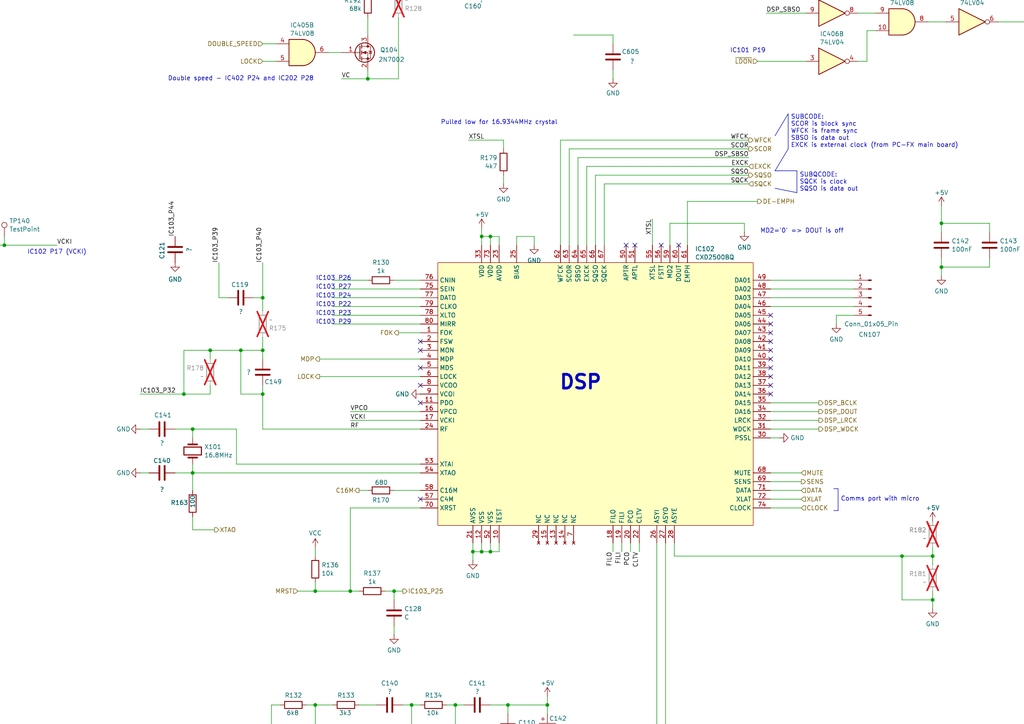
<source format=kicad_sch>
(kicad_sch (version 20231120) (generator "eeschema") (generator_version "8.0")
  (paper "A4")
  (title_block (title "PC FX Pots Adfustment Schematics") (date "2024-07-11") (rev "0.1") (company "Author: Regis Galland") (comment 1 "Little guide to help understanding the pots on the PC-FX PCB"))
  (junction (at 91.44 204.47))
  (junction (at 173.99 -20.32))
  (junction (at 261.62 161.29))
  (junction (at 273.05 77.47))
  (junction (at 273.05 64.77))
  (junction (at 200.66 240.03))
  (junction (at 158.75 204.47))
  (junction (at -63.5 71.12))
  (junction (at 210.82 227.33))
  (junction (at 270.51 173.99))
  (junction (at -44.45 71.12))
  (junction (at 106.68 -15.24))
  (junction (at -165.1 55.88))
  (junction (at 76.2 86.36))
  (junction (at 88.9 -22.86))
  (junction (at 210.82 214.63))
  (junction (at 191.77 -20.32))
  (junction (at 106.68 22.86))
  (junction (at 137.16 160.02))
  (junction (at -156.21 78.74))
  (junction (at 55.88 124.46))
  (junction (at 212.09 -31.75))
  (junction (at 238.76 214.63))
  (junction (at -110.49 86.36))
  (junction (at 210.82 252.73))
  (junction (at 139.7 68.58))
  (junction (at 142.24 160.02))
  (junction (at 60.96 101.6))
  (junction (at 69.85 101.6))
  (junction (at 226.06 214.63))
  (junction (at 163.83 -34.29))
  (junction (at 101.6 171.45))
  (junction (at -72.39 73.66))
  (junction (at 128.27 -17.78))
  (junction (at 139.7 160.02))
  (junction (at 132.08 204.47))
  (junction (at 179.07 -20.32))
  (junction (at 53.34 114.3))
  (junction (at -72.39 63.5))
  (junction (at -121.92 86.36))
  (junction (at 148.59 -8.89))
  (junction (at 76.2 101.6))
  (junction (at 55.88 137.16))
  (junction (at 270.51 161.29))
  (junction (at 190.5 240.03))
  (junction (at 151.13 -34.29))
  (junction (at 101.6 -22.86))
  (junction (at 142.24 68.58))
  (junction (at 114.3 171.45))
  (junction (at -156.21 55.88))
  (junction (at -128.27 58.42))
  (junction (at 148.59 -20.32))
  (junction (at 158.75 217.17))
  (junction (at 196.85 -31.75))
  (junction (at 91.44 171.45))
  (junction (at 106.68 -22.86))
  (junction (at -146.05 78.74))
  (junction (at 200.66 252.73))
  (junction (at 119.38 204.47))
  (junction (at 76.2 114.3))
  (junction (at 173.99 -29.21))
  (junction (at -128.27 60.96))
  (junction (at 199.39 -31.75))
  (junction (at -146.05 55.88))
  (junction (at 143.51 -8.89))
  (junction (at 147.32 204.47))
  (junction (at -194.31 55.88))
  (junction (at 1.27 71.12))
  (junction (at 130.81 -8.89))
  (junction (at -110.49 99.06))
  (no_connect (at -77.47 60.96))
  (no_connect (at 223.52 106.68))
  (no_connect (at 223.52 104.14))
  (no_connect (at 121.92 101.6))
  (no_connect (at -77.47 55.88))
  (no_connect (at 184.15 71.12))
  (no_connect (at 223.52 91.44))
  (no_connect (at 223.52 114.3))
  (no_connect (at 223.52 93.98))
  (no_connect (at 223.52 99.06))
  (no_connect (at 223.52 101.6))
  (no_connect (at 191.77 71.12))
  (no_connect (at 121.92 111.76))
  (no_connect (at -77.47 58.42))
  (no_connect (at 223.52 111.76))
  (no_connect (at 181.61 71.12))
  (no_connect (at 196.85 71.12))
  (no_connect (at 121.92 116.84))
  (no_connect (at 121.92 144.78))
  (no_connect (at 223.52 96.52))
  (no_connect (at 223.52 109.22))
  (no_connect (at 121.92 99.06))
  (no_connect (at 121.92 106.68))
  (wire (pts (xy 287.02 64.77) (xy 287.02 67.31)))
  (wire (pts (xy 96.52 91.44) (xy 121.92 91.44)))
  (wire (pts (xy 142.24 68.58) (xy 144.78 68.58)))
  (wire (pts (xy 167.64 45.72) (xy 217.17 45.72)))
  (wire (pts (xy 106.68 5.08) (xy 106.68 10.16)))
  (wire (pts (xy 273.05 67.31) (xy 273.05 64.77)))
  (wire (pts (xy 189.23 -13.97) (xy 191.77 -13.97)))
  (wire (pts (xy 270.51 173.99) (xy 270.51 176.53)))
  (polyline (pts (xy 228.6 33.02) (xy 228.6 43.18)))
  (wire (pts (xy 69.85 114.3) (xy 76.2 114.3)))
  (wire (pts (xy 223.52 88.9) (xy 247.65 88.9)))
  (wire (pts (xy 40.64 114.3) (xy 53.34 114.3)))
  (wire (pts (xy 273.05 77.47) (xy 273.05 74.93)))
  (wire (pts (xy 147.32 217.17) (xy 158.75 217.17)))
  (wire (pts (xy 165.1 43.18) (xy 165.1 71.12)))
  (wire (pts (xy 200.66 240.03) (xy 200.66 237.49)))
  (wire (pts (xy 96.52 86.36) (xy 121.92 86.36)))
  (wire (pts (xy -114.3 92.71) (xy -116.84 92.71)))
  (wire (pts (xy 261.62 161.29) (xy 270.51 161.29)))
  (wire (pts (xy 143.51 -8.89) (xy 140.97 -8.89)))
  (wire (pts (xy -49.53 71.12) (xy -44.45 71.12)))
  (wire (pts (xy -133.35 88.9) (xy -133.35 86.36)))
  (wire (pts (xy 60.96 111.76) (xy 60.96 114.3)))
  (wire (pts (xy 101.6 147.32) (xy 121.92 147.32)))
  (wire (pts (xy 165.1 43.18) (xy 217.17 43.18)))
  (wire (pts (xy 101.6 -22.86) (xy 99.06 -22.86)))
  (wire (pts (xy 270.51 158.75) (xy 270.51 161.29)))
  (wire (pts (xy 270.51 161.29) (xy 270.51 163.83)))
  (wire (pts (xy -102.87 36.83) (xy -102.87 39.37)))
  (wire (pts (xy 232.41 147.32) (xy 223.52 147.32)))
  (wire (pts (xy -194.31 43.18) (xy -194.31 45.72)))
  (polyline (pts (xy 243.078 141.732) (xy 243.078 148.082)))
  (wire (pts (xy 162.56 40.64) (xy 217.17 40.64)))
  (wire (pts (xy 68.58 134.62) (xy 121.92 134.62)))
  (wire (pts (xy 115.57 5.08) (xy 115.57 22.86)))
  (wire (pts (xy 69.85 101.6) (xy 69.85 114.3)))
  (wire (pts (xy 166.37 -59.69) (xy 161.29 -59.69)))
  (wire (pts (xy 210.82 255.27) (xy 210.82 252.73)))
  (wire (pts (xy -72.39 63.5) (xy -77.47 63.5)))
  (wire (pts (xy 273.05 80.01) (xy 273.05 77.47)))
  (wire (pts (xy -194.31 53.34) (xy -194.31 55.88)))
  (wire (pts (xy -110.49 83.82) (xy -110.49 86.36)))
  (wire (pts (xy 76.2 90.17) (xy 76.2 86.36)))
  (wire (pts (xy 168.91 -20.32) (xy 173.99 -20.32)))
  (wire (pts (xy -72.39 54.61) (xy -72.39 63.5)))
  (wire (pts (xy 153.67 -34.29) (xy 151.13 -34.29)))
  (wire (pts (xy -107.95 63.5) (xy -128.27 63.5)))
  (wire (pts (xy -121.92 86.36) (xy -110.49 86.36)))
  (wire (pts (xy 199.39 -35.56) (xy 199.39 -31.75)))
  (wire (pts (xy -110.49 86.36) (xy -110.49 88.9)))
  (wire (pts (xy 185.42 160.02) (xy 185.42 157.48)))
  (wire (pts (xy 53.34 114.3) (xy 60.96 114.3)))
  (wire (pts (xy 76.2 76.2) (xy 76.2 86.36)))
  (wire (pts (xy 91.44 168.91) (xy 91.44 171.45)))
  (wire (pts (xy 222.25 3.81) (xy 233.68 3.81)))
  (wire (pts (xy 96.52 81.28) (xy 106.68 81.28)))
  (wire (pts (xy 209.55 -35.56) (xy 212.09 -35.56)))
  (wire (pts (xy 119.38 204.47) (xy 119.38 213.36)))
  (wire (pts (xy 158.75 204.47) (xy 158.75 207.01)))
  (wire (pts (xy 199.39 58.42) (xy 219.71 58.42)))
  (wire (pts (xy 104.14 142.24) (xy 106.68 142.24)))
  (wire (pts (xy 251.46 17.78) (xy 251.46 8.89)))
  (wire (pts (xy 201.93 -35.56) (xy 199.39 -35.56)))
  (wire (pts (xy -19.05 53.34) (xy -19.05 55.88)))
  (wire (pts (xy -116.84 99.06) (xy -110.49 99.06)))
  (polyline (pts (xy 241.808 148.082) (xy 243.078 148.082)))
  (wire (pts (xy -44.45 71.12) (xy -39.37 71.12)))
  (wire (pts (xy 210.82 252.73) (xy 200.66 252.73)))
  (wire (pts (xy 68.58 134.62) (xy 68.58 124.46)))
  (wire (pts (xy 101.6 121.92) (xy 121.92 121.92)))
  (wire (pts (xy 53.34 114.3) (xy 53.34 101.6)))
  (wire (pts (xy 190.5 157.48) (xy 190.5 240.03)))
  (wire (pts (xy 142.24 160.02) (xy 139.7 160.02)))
  (wire (pts (xy -146.05 78.74) (xy -156.21 78.74)))
  (wire (pts (xy 81.28 204.47) (xy 78.74 204.47)))
  (wire (pts (xy -110.49 73.66) (xy -110.49 76.2)))
  (wire (pts (xy 210.82 217.17) (xy 210.82 214.63)))
  (wire (pts (xy 194.31 -31.75) (xy 196.85 -31.75)))
  (wire (pts (xy 194.31 64.77) (xy 194.31 71.12)))
  (wire (pts (xy 195.58 157.48) (xy 195.58 161.29)))
  (wire (pts (xy -77.47 71.12) (xy -63.5 71.12)))
  (wire (pts (xy 232.41 139.7) (xy 223.52 139.7)))
  (wire (pts (xy 128.27 -17.78) (xy 128.27 -8.89)))
  (wire (pts (xy 106.68 -15.24) (xy 92.71 -15.24)))
  (wire (pts (xy -165.1 55.88) (xy -165.1 68.58)))
  (wire (pts (xy 232.41 144.78) (xy 223.52 144.78)))
  (wire (pts (xy 251.46 214.63) (xy 238.76 214.63)))
  (wire (pts (xy -107.95 58.42) (xy -118.11 58.42)))
  (wire (pts (xy 106.68 -15.24) (xy 106.68 -2.54)))
  (wire (pts (xy 191.77 -13.97) (xy 191.77 -20.32)))
  (wire (pts (xy -125.73 58.42) (xy -128.27 58.42)))
  (wire (pts (xy 212.09 -35.56) (xy 212.09 -31.75)))
  (wire (pts (xy -107.95 66.04) (xy -135.89 66.04)))
  (wire (pts (xy 181.61 -49.53) (xy 181.61 -44.45)))
  (wire (pts (xy -133.35 101.6) (xy -133.35 96.52)))
  (wire (pts (xy 172.72 71.12) (xy 172.72 50.8)))
  (wire (pts (xy 147.32 214.63) (xy 147.32 217.17)))
  (wire (pts (xy 101.6 119.38) (xy 121.92 119.38)))
  (wire (pts (xy -107.95 60.96) (xy -128.27 60.96)))
  (wire (pts (xy 81.28 -22.86) (xy 88.9 -22.86)))
  (wire (pts (xy -194.31 58.42) (xy -194.31 55.88)))
  (wire (pts (xy 181.61 -62.23) (xy 161.29 -62.23)))
  (wire (pts (xy 146.05 40.64) (xy 146.05 43.18)))
  (wire (pts (xy 181.61 -62.23) (xy 181.61 -57.15)))
  (wire (pts (xy 144.78 68.58) (xy 144.78 71.12)))
  (wire (pts (xy 137.16 160.02) (xy 139.7 160.02)))
  (wire (pts (xy 158.75 201.93) (xy 158.75 204.47)))
  (wire (pts (xy 76.2 17.78) (xy 80.01 17.78)))
  (wire (pts (xy 212.09 -31.75) (xy 217.17 -31.75)))
  (wire (pts (xy 129.54 -54.61) (xy 129.54 -52.07)))
  (wire (pts (xy 193.04 157.48) (xy 193.04 214.63)))
  (wire (pts (xy 219.71 17.78) (xy 233.68 17.78)))
  (wire (pts (xy 76.2 97.79) (xy 76.2 101.6)))
  (wire (pts (xy 242.57 93.98) (xy 242.57 91.44)))
  (wire (pts (xy 261.62 173.99) (xy 270.51 173.99)))
  (wire (pts (xy 149.86 71.12) (xy 149.86 68.58)))
  (wire (pts (xy 162.56 40.64) (xy 162.56 71.12)))
  (wire (pts (xy 40.64 124.46) (xy 43.18 124.46)))
  (polyline (pts (xy 231.14 49.53) (xy 231.14 55.88)))
  (wire (pts (xy 130.81 -17.78) (xy 128.27 -17.78)))
  (wire (pts (xy 163.83 -34.29) (xy 179.07 -34.29)))
  (wire (pts (xy 132.08 204.47) (xy 132.08 213.36)))
  (wire (pts (xy 114.3 142.24) (xy 121.92 142.24)))
  (wire (pts (xy 129.54 204.47) (xy 132.08 204.47)))
  (wire (pts (xy 200.66 252.73) (xy 200.66 250.19)))
  (wire (pts (xy 177.8 10.16) (xy 177.8 12.7)))
  (wire (pts (xy 190.5 252.73) (xy 200.66 252.73)))
  (wire (pts (xy 226.06 224.79) (xy 226.06 227.33)))
  (wire (pts (xy -165.1 76.2) (xy -165.1 78.74)))
  (wire (pts (xy 76.2 101.6) (xy 69.85 101.6)))
  (wire (pts (xy 139.7 68.58) (xy 139.7 71.12)))
  (wire (pts (xy 175.26 53.34) (xy 175.26 71.12)))
  (wire (pts (xy 137.16 160.02) (xy 137.16 157.48)))
  (wire (pts (xy 179.07 -20.32) (xy 181.61 -20.32)))
  (wire (pts (xy -1.27 71.12) (xy 1.27 71.12)))
  (polyline (pts (xy 224.79 39.37) (xy 228.6 33.02)))
  (wire (pts (xy 200.66 227.33) (xy 200.66 229.87)))
  (wire (pts (xy 96.52 83.82) (xy 121.92 83.82)))
  (wire (pts (xy 115.57 96.52) (xy 121.92 96.52)))
  (wire (pts (xy 148.59 -20.32) (xy 161.29 -20.32)))
  (wire (pts (xy 55.88 127) (xy 55.88 124.46)))
  (wire (pts (xy -107.95 68.58) (xy -123.19 68.58)))
  (wire (pts (xy 63.5 76.2) (xy 63.5 86.36)))
  (wire (pts (xy 289.56 6.35) (xy 298.45 6.35)))
  (wire (pts (xy -128.27 60.96) (xy -128.27 63.5)))
  (wire (pts (xy 251.46 8.89) (xy 254 8.89)))
  (wire (pts (xy 146.05 -20.32) (xy 148.59 -20.32)))
  (wire (pts (xy 1.27 71.12) (xy 16.51 71.12)))
  (wire (pts (xy 232.41 137.16) (xy 223.52 137.16)))
  (wire (pts (xy -114.3 71.12) (xy -107.95 71.12)))
  (wire (pts (xy 190.5 252.73) (xy 190.5 240.03)))
  (wire (pts (xy 223.52 116.84) (xy 237.49 116.84)))
  (wire (pts (xy 119.38 204.47) (xy 121.92 204.47)))
  (wire (pts (xy 111.76 171.45) (xy 114.3 171.45)))
  (wire (pts (xy 60.96 101.6) (xy 69.85 101.6)))
  (wire (pts (xy 66.04 86.36) (xy 63.5 86.36)))
  (wire (pts (xy 101.6 -22.86) (xy 106.68 -22.86)))
  (wire (pts (xy 99.06 -29.21) (xy 101.6 -29.21)))
  (polyline (pts (xy 241.808 141.732) (xy 243.078 141.732)))
  (wire (pts (xy 172.72 50.8) (xy 217.17 50.8)))
  (wire (pts (xy -146.05 76.2) (xy -146.05 78.74)))
  (wire (pts (xy 226.06 214.63) (xy 226.06 217.17)))
  (wire (pts (xy 274.32 6.35) (xy 269.24 6.35)))
  (wire (pts (xy 114.3 181.61) (xy 114.3 184.15)))
  (wire (pts (xy 154.94 68.58) (xy 154.94 71.12)))
  (wire (pts (xy -133.35 86.36) (xy -121.92 86.36)))
  (wire (pts (xy 190.5 240.03) (xy 200.66 240.03)))
  (wire (pts (xy 91.44 204.47) (xy 91.44 213.36)))
  (wire (pts (xy 170.18 71.12) (xy 170.18 48.26)))
  (polyline (pts (xy 231.14 55.88) (xy 224.79 54.61)))
  (wire (pts (xy 148.59 -8.89) (xy 148.59 -20.32)))
  (wire (pts (xy 199.39 71.12) (xy 199.39 58.42)))
  (wire (pts (xy 223.52 119.38) (xy 237.49 119.38)))
  (wire (pts (xy 55.88 124.46) (xy 68.58 124.46)))
  (wire (pts (xy 173.99 -29.21) (xy 173.99 -20.32)))
  (wire (pts (xy 210.82 214.63) (xy 193.04 214.63)))
  (wire (pts (xy 158.75 214.63) (xy 158.75 217.17)))
  (wire (pts (xy 166.37 -49.53) (xy 166.37 -44.45)))
  (wire (pts (xy 135.89 40.64) (xy 146.05 40.64)))
  (wire (pts (xy 106.68 -22.86) (xy 106.68 -15.24)))
  (wire (pts (xy 143.51 -2.54) (xy 143.51 -8.89)))
  (wire (pts (xy -194.31 67.31) (xy -194.31 66.04)))
  (wire (pts (xy 200.66 227.33) (xy 210.82 227.33)))
  (wire (pts (xy -90.17 36.83) (xy -90.17 39.37)))
  (wire (pts (xy 101.6 -29.21) (xy 101.6 -22.86)))
  (wire (pts (xy 147.32 204.47) (xy 147.32 207.01)))
  (wire (pts (xy 76.2 111.76) (xy 76.2 114.3)))
  (wire (pts (xy 210.82 243.84) (xy 210.82 252.73)))
  (wire (pts (xy 55.88 149.86) (xy 55.88 153.67)))
  (wire (pts (xy -146.05 78.74) (xy -146.05 81.28)))
  (wire (pts (xy 196.85 -20.32) (xy 196.85 -31.75)))
  (wire (pts (xy 55.88 137.16) (xy 55.88 142.24)))
  (wire (pts (xy -181.61 55.88) (xy -165.1 55.88)))
  (wire (pts (xy 88.9 -29.21) (xy 91.44 -29.21)))
  (wire (pts (xy -194.31 55.88) (xy -189.23 55.88)))
  (wire (pts (xy -146.05 55.88) (xy -156.21 55.88)))
  (wire (pts (xy 116.84 204.47) (xy 119.38 204.47)))
  (wire (pts (xy 166.37 10.16) (xy 177.8 10.16)))
  (wire (pts (xy 91.44 158.75) (xy 91.44 161.29)))
  (wire (pts (xy 50.8 137.16) (xy 55.88 137.16)))
  (wire (pts (xy -123.19 73.66) (xy -125.73 73.66)))
  (wire (pts (xy 177.8 160.02) (xy 177.8 157.48)))
  (wire (pts (xy 133.35 -2.54) (xy 130.81 -2.54)))
  (wire (pts (xy 53.34 101.6) (xy 60.96 101.6)))
  (wire (pts (xy 106.68 22.86) (xy 115.57 22.86)))
  (wire (pts (xy 167.64 45.72) (xy 167.64 71.12)))
  (wire (pts (xy 179.07 -20.32) (xy 179.07 -13.97)))
  (wire (pts (xy 194.31 64.77) (xy 215.9 64.77)))
  (wire (pts (xy 96.52 88.9) (xy 121.92 88.9)))
  (wire (pts (xy -121.92 88.9) (xy -121.92 86.36)))
  (wire (pts (xy 153.67 -40.64) (xy 151.13 -40.64)))
  (wire (pts (xy 55.88 134.62) (xy 55.88 137.16)))
  (wire (pts (xy 242.57 91.44) (xy 247.65 91.44)))
  (wire (pts (xy -72.39 68.58) (xy -77.47 68.58)))
  (wire (pts (xy 273.05 64.77) (xy 287.02 64.77)))
  (wire (pts (xy -156.21 69.85) (xy -156.21 78.74)))
  (wire (pts (xy -194.31 55.88) (xy -207.01 55.88)))
  (wire (pts (xy 101.6 171.45) (xy 101.6 147.32)))
  (wire (pts (xy 88.9 204.47) (xy 91.44 204.47)))
  (wire (pts (xy -146.05 68.58) (xy -146.05 66.04)))
  (wire (pts (xy 191.77 -20.32) (xy 196.85 -20.32)))
  (wire (pts (xy 142.24 204.47) (xy 147.32 204.47)))
  (wire (pts (xy 143.51 -8.89) (xy 148.59 -8.89)))
  (wire (pts (xy 175.26 53.34) (xy 217.17 53.34)))
  (wire (pts (xy 130.81 -22.86) (xy 106.68 -22.86)))
  (wire (pts (xy 1.27 68.58) (xy 1.27 71.12)))
  (wire (pts (xy 166.37 -59.69) (xy 166.37 -57.15)))
  (wire (pts (xy -11.43 71.12) (xy -8.89 71.12)))
  (wire (pts (xy 92.71 104.14) (xy 121.92 104.14)))
  (wire (pts (xy 151.13 -40.64) (xy 151.13 -34.29)))
  (wire (pts (xy 106.68 22.86) (xy 106.68 20.32)))
  (wire (pts (xy -121.92 96.52) (xy -121.92 101.6)))
  (wire (pts (xy 91.44 204.47) (xy 96.52 204.47)))
  (wire (pts (xy 76.2 101.6) (xy 76.2 104.14)))
  (wire (pts (xy 140.97 -34.29) (xy 151.13 -34.29)))
  (wire (pts (xy 200.66 242.57) (xy 200.66 240.03)))
  (wire (pts (xy 173.99 -20.32) (xy 179.07 -20.32)))
  (wire (pts (xy 88.9 -22.86) (xy 88.9 -29.21)))
  (wire (pts (xy -63.5 71.12) (xy -63.5 76.2)))
  (wire (pts (xy 148.59 -8.89) (xy 153.67 -8.89)))
  (wire (pts (xy 226.06 214.63) (xy 223.52 214.63)))
  (wire (pts (xy 144.78 157.48) (xy 144.78 160.02)))
  (wire (pts (xy -156.21 55.88) (xy -165.1 55.88)))
  (wire (pts (xy 115.57 -17.78) (xy 115.57 -2.54)))
  (wire (pts (xy 88.9 -22.86) (xy 91.44 -22.86)))
  (wire (pts (xy 161.29 -40.64) (xy 163.83 -40.64)))
  (wire (pts (xy 177.8 20.32) (xy 177.8 22.86)))
  (wire (pts (xy 99.06 15.24) (xy 95.25 15.24)))
  (wire (pts (xy -77.47 73.66) (xy -72.39 73.66)))
  (wire (pts (xy 99.06 22.86) (xy 106.68 22.86)))
  (wire (pts (xy 196.85 -31.75) (xy 199.39 -31.75)))
  (wire (pts (xy 142.24 68.58) (xy 142.24 71.12)))
  (wire (pts (xy 139.7 66.04) (xy 139.7 68.58)))
  (wire (pts (xy 129.54 -44.45) (xy 129.54 -41.91)))
  (wire (pts (xy 149.86 68.58) (xy 154.94 68.58)))
  (wire (pts (xy 158.75 217.17) (xy 158.75 219.71)))
  (wire (pts (xy 287.02 74.93) (xy 287.02 77.47)))
  (wire (pts (xy -110.49 96.52) (xy -110.49 99.06)))
  (wire (pts (xy 128.27 -17.78) (xy 115.57 -17.78)))
  (wire (pts (xy 40.64 137.16) (xy 43.18 137.16)))
  (wire (pts (xy 146.05 50.8) (xy 146.05 53.34)))
  (wire (pts (xy -77.47 66.04) (xy -72.39 66.04)))
  (wire (pts (xy 232.41 142.24) (xy 223.52 142.24)))
  (wire (pts (xy 182.88 160.02) (xy 182.88 157.48)))
  (wire (pts (xy 139.7 160.02) (xy 139.7 157.48)))
  (wire (pts (xy -90.17 26.67) (xy -90.17 29.21)))
  (wire (pts (xy 237.49 124.46) (xy 223.52 124.46)))
  (wire (pts (xy 130.81 -8.89) (xy 133.35 -8.89)))
  (wire (pts (xy -156.21 55.88) (xy -156.21 62.23)))
  (wire (pts (xy 273.05 59.69) (xy 273.05 64.77)))
  (wire (pts (xy -133.35 73.66) (xy -135.89 73.66)))
  (wire (pts (xy -72.39 66.04) (xy -72.39 63.5)))
  (wire (pts (xy 158.75 204.47) (xy 147.32 204.47)))
  (wire (pts (xy 270.51 171.45) (xy 270.51 173.99)))
  (wire (pts (xy 170.18 48.26) (xy 217.17 48.26)))
  (wire (pts (xy 137.16 162.56) (xy 137.16 160.02)))
  (wire (pts (xy 76.2 12.7) (xy 80.01 12.7)))
  (wire (pts (xy 210.82 214.63) (xy 215.9 214.63)))
  (wire (pts (xy 223.52 86.36) (xy 247.65 86.36)))
  (wire (pts (xy 76.2 -15.24) (xy 85.09 -15.24)))
  (wire (pts (xy 140.97 -2.54) (xy 143.51 -2.54)))
  (wire (pts (xy 50.8 124.46) (xy 55.88 124.46)))
  (wire (pts (xy 210.82 227.33) (xy 210.82 224.79)))
  (wire (pts (xy 76.2 86.36) (xy 73.66 86.36)))
  (wire (pts (xy -107.95 73.66) (xy -110.49 73.66)))
  (wire (pts (xy 238.76 224.79) (xy 238.76 227.33)))
  (wire (pts (xy 139.7 68.58) (xy 142.24 68.58)))
  (wire (pts (xy -72.39 73.66) (xy -72.39 68.58)))
  (wire (pts (xy -110.49 99.06) (xy -110.49 101.6)))
  (wire (pts (xy 114.3 171.45) (xy 114.3 173.99)))
  (wire (pts (xy 199.39 -31.75) (xy 212.09 -31.75)))
  (wire (pts (xy 189.23 63.5) (xy 189.23 71.12)))
  (wire (pts (xy -146.05 55.88) (xy -146.05 58.42)))
  (wire (pts (xy 92.71 109.22) (xy 121.92 109.22)))
  (wire (pts (xy 191.77 -20.32) (xy 189.23 -20.32)))
  (polyline (pts (xy 224.79 49.53) (xy 231.14 49.53)))
  (wire (pts (xy -44.45 71.12) (xy -44.45 76.2)))
  (wire (pts (xy -63.5 71.12) (xy -57.15 71.12)))
  (wire (pts (xy 60.96 104.14) (xy 60.96 101.6)))
  (wire (pts (xy 55.88 137.16) (xy 121.92 137.16)))
  (wire (pts (xy 101.6 171.45) (xy 104.14 171.45)))
  (wire (pts (xy -19.05 43.18) (xy -19.05 45.72)))
  (wire (pts (xy 130.81 -2.54) (xy 130.81 -8.89)))
  (wire (pts (xy 76.2 114.3) (xy 76.2 124.46)))
  (wire (pts (xy -102.87 26.67) (xy -102.87 29.21)))
  (wire (pts (xy 55.88 153.67) (xy 62.23 153.67)))
  (polyline (pts (xy 228.6 43.18) (xy 224.79 49.53)))
  (wire (pts (xy -116.84 92.71) (xy -116.84 99.06)))
  (wire (pts (xy 195.58 161.29) (xy 261.62 161.29)))
  (wire (pts (xy 78.74 204.47) (xy 78.74 213.36)))
  (wire (pts (xy 261.62 161.29) (xy 261.62 173.99)))
  (wire (pts (xy 181.61 -13.97) (xy 179.07 -13.97)))
  (wire (pts (xy 144.78 160.02) (xy 142.24 160.02)))
  (wire (pts (xy 96.52 93.98) (xy 121.92 93.98)))
  (wire (pts (xy 210.82 227.33) (xy 210.82 236.22)))
  (wire (pts (xy 237.49 121.92) (xy 223.52 121.92)))
  (wire (pts (xy 76.2 124.46) (xy 121.92 124.46)))
  (wire (pts (xy 215.9 64.77) (xy 215.9 67.31)))
  (wire (pts (xy 179.07 -29.21) (xy 173.99 -29.21)))
  (wire (pts (xy 248.92 17.78) (xy 251.46 17.78)))
  (wire (pts (xy 128.27 -8.89) (xy 130.81 -8.89)))
  (wire (pts (xy 248.92 3.81) (xy 254 3.81)))
  (wire (pts (xy 223.52 83.82) (xy 247.65 83.82)))
  (wire (pts (xy 163.83 -40.64) (xy 163.83 -34.29)))
  (wire (pts (xy 180.34 160.02) (xy 180.34 157.48)))
  (wire (pts (xy 223.52 81.28) (xy 247.65 81.28)))
  (wire (pts (xy -72.39 73.66) (xy -72.39 77.47)))
  (wire (pts (xy 114.3 81.28) (xy 121.92 81.28)))
  (wire (pts (xy 228.6 214.63) (xy 226.06 214.63)))
  (wire (pts (xy 238.76 214.63) (xy 238.76 217.17)))
  (polyline (pts (xy 224.79 49.53) (xy 226.06 49.53)))
  (wire (pts (xy 116.84 171.45) (xy 114.3 171.45)))
  (wire (pts (xy 132.08 204.47) (xy 134.62 204.47)))
  (wire (pts (xy 86.36 171.45) (xy 91.44 171.45)))
  (wire (pts (xy 91.44 171.45) (xy 101.6 171.45)))
  (wire (pts (xy 287.02 77.47) (xy 273.05 77.47)))
  (wire (pts (xy 238.76 214.63) (xy 236.22 214.63)))
  (wire (pts (xy 104.14 204.47) (xy 109.22 204.47)))
  (wire (pts (xy -128.27 52.07) (xy -128.27 58.42)))
  (wire (pts (xy 163.83 -34.29) (xy 161.29 -34.29)))
  (wire (pts (xy -135.89 66.04) (xy -135.89 73.66)))
  (wire (pts (xy -107.95 55.88) (xy -146.05 55.88)))
  (wire (pts (xy -123.19 68.58) (xy -123.19 73.66)))
  (wire (pts (xy -128.27 60.96) (xy -128.27 58.42)))
  (wire (pts (xy 226.06 127) (xy 223.52 127)))
  (wire (pts (xy 173.99 -39.37) (xy 173.99 -29.21)))
  (wire (pts (xy -165.1 78.74) (xy -156.21 78.74)))
  (wire (pts (xy 142.24 157.48) (xy 142.24 160.02)))
  (text "DSP" (at 168.402 110.998 0) (effects (font (size 4 4) (thickness 0.8) (bold yes))))
  (text "MD2='0' => DOUT is off" (at 220.472 67.056 0) (effects (font (size 1.27 1.27)) (justify left)))
  (text "CN401 P13" (at 303.784 3.81 0) (effects (font (size 1.27 1.27))))
  (text "IC102 P16 (VPCO)" (at -217.678 53.34 0) (effects (font (size 1.27 1.27)) (justify left bottom)))
  (text "IC103 P27" (at 96.774 83.312 0) (effects (font (size 1.27 1.27))))
  (text "IC101 P19" (at 216.916 14.732 0) (effects (font (size 1.27 1.27))))
  (text "Comms port with micro" (at 255.27 144.78 0) (effects (font (size 1.27 1.27))))
  (text "IC103 P22" (at 96.774 88.392 0) (effects (font (size 1.27 1.27))))
  (text "IC103 P24" (at 96.774 85.852 0) (effects (font (size 1.27 1.27))))
  (text "IC103 P29" (at 96.774 93.472 0) (effects (font (size 1.27 1.27))))
  (text "SUBQCODE:\nSQCK is clock\nSQSO is data out" (at 231.902 52.832 0) (effects (font (size 1.27 1.27)) (justify left)))
  (text "IC102 P17 (VCKI)" (at 25.146 73.914 0) (effects (font (size 1.27 1.27)) (justify right bottom)))
  (text "IC103 P23" (at 96.774 90.932 0) (effects (font (size 1.27 1.27))))
  (text "IC104 P10" (at 212.852 -27.94 0) (effects (font (size 1.27 1.27)) (justify left bottom)))
  (text "Pulled low for 16.9344MHz crystal" (at 144.78 35.56 0) (effects (font (size 1.27 1.27))))
  (text "SUBCODE:\nSCOR is block sync\nWFCK is frame sync\nSBSO is data out\nEXCK is external clock (from PC-FX main board) " (at 229.362 38.1 0) (effects (font (size 1.27 1.27)) (justify left)))
  (text "VR106\nFADJ" (at -76.2 108.966 0) (effects (font (size 5 5) (thickness 1) (bold yes)) (justify right bottom)))
  (text "IC103 P26" (at 96.774 80.772 0) (effects (font (size 1.27 1.27))))
  (text "Double speed - IC402 P24 and IC202 P28" (at 69.85 22.86 0) (effects (font (size 1.27 1.27))))
  (label "FILO" (at 177.8 160.02 270))
  (label "SQSO" (at 217.17 50.8 180))
  (label "IC103_P32" (at 40.64 114.3 0))
  (label "IC103_P31" (at 251.46 214.63 180))
  (label "RF" (at 101.6 124.46 0))
  (label "VC" (at 81.28 -22.86 0))
  (label "IC103_P44" (at 50.8 68.58 90))
  (label "VCKI" (at 16.51 71.12 0))
  (label "PCO" (at 78.74 213.36 270))
  (label "WFCK" (at 217.17 40.64 180))
  (label "XTSL" (at 189.23 63.5 270))
  (label "IC103_P39" (at 63.5 76.2 90))
  (label "VCKI" (at 101.6 121.92 0))
  (label "FILO" (at 119.38 213.36 270))
  (label "EXCK" (at 217.17 48.26 180))
  (label "VPCO" (at 101.6 119.38 0))
  (label "DSP_SBSO" (at 222.25 3.81 0))
  (label "CLTV" (at 132.08 213.36 270))
  (label "PCO" (at 182.88 160.02 270))
  (label "VC" (at 140.97 -34.29 0))
  (label "CLTV" (at 185.42 160.02 270))
  (label "FILI" (at 91.44 213.36 270))
  (label "XTSL" (at 135.89 40.64 0))
  (label "VC" (at 99.06 22.86 0))
  (label "VPCO" (at -207.01 55.88 0))
  (label "DSP_SBSO" (at 217.17 45.72 180))
  (label "FILI" (at 180.34 160.02 270))
  (label "SCOR" (at 217.17 43.18 180))
  (label "SQCK" (at 217.17 53.34 180))
  (label "IC103_P40" (at 76.2 76.2 90))
  (hierarchical_label "EXCK" (shape input) (at 217.17 48.26 0))
  (hierarchical_label "XLAT" (shape input) (at 232.41 144.78 0))
  (hierarchical_label "WFCK" (shape output) (at 217.17 40.64 0))
  (hierarchical_label "IC401_PB1" (shape input) (at 161.29 -62.23 180))
  (hierarchical_label "LOCK" (shape output) (at 92.71 109.22 180))
  (hierarchical_label "DSP_LRCK" (shape output) (at 237.49 121.92 0))
  (hierarchical_label "SCOR" (shape output) (at 217.17 43.18 0))
  (hierarchical_label "MUTE" (shape input) (at 232.41 137.16 0))
  (hierarchical_label "FOK" (shape output) (at 115.57 96.52 180))
  (hierarchical_label "IC401_PB0" (shape input) (at 161.29 -59.69 180))
  (hierarchical_label "DSP_WDCK" (shape output) (at 237.49 124.46 0))
  (hierarchical_label "IC103_P25" (shape output) (at 116.84 171.45 0))
  (hierarchical_label "~{LDON}" (shape input) (at 219.71 17.78 180))
  (hierarchical_label "CLOCK" (shape input) (at 232.41 147.32 0))
  (hierarchical_label "DSP_DOUT" (shape output) (at 237.49 119.38 0))
  (hierarchical_label "XTAO" (shape output) (at 62.23 153.67 0))
  (hierarchical_label "SPO" (shape output) (at 217.17 -31.75 0))
  (hierarchical_label "LOCK" (shape input) (at 76.2 17.78 180))
  (hierarchical_label "DSP_BCLK" (shape output) (at 237.49 116.84 0))
  (hierarchical_label "MDP" (shape output) (at 92.71 104.14 180))
  (hierarchical_label "SENS" (shape output) (at 232.41 139.7 0))
  (hierarchical_label "SBSO" (shape output) (at 298.45 6.35 0))
  (hierarchical_label "DOUBLE_SPEED" (shape input) (at 76.2 12.7 180))
  (hierarchical_label "SQSO" (shape output) (at 217.17 50.8 0))
  (hierarchical_label "DATA" (shape input) (at 232.41 142.24 0))
  (hierarchical_label "DE-EMPH" (shape output) (at 219.71 58.42 0))
  (hierarchical_label "MRST" (shape input) (at 86.36 171.45 180))
  (hierarchical_label "MDP" (shape input) (at 76.2 -15.24 180))
  (hierarchical_label "SQCK" (shape input) (at 217.17 53.34 0))
  (hierarchical_label "C16M" (shape output) (at 104.14 142.24 180))
  (hierarchical_label "IC106_P7" (shape output) (at 153.67 -8.89 0))
  (symbol (lib_id "Device:C") (at 210.82 240.03 0) (unit 1) (dnp yes)
    (property "Reference" "C162" (at 216.408 242.062 0))
    (property "Value" "?" (at 214.6992 240.03 90))
    (property "Description" "Unpolarized capacitor" (effects (hide yes)))
  )
  (symbol (lib_id "Device:C") (at -129.54 73.66 270) (mirror x) (unit 1)
    (property "Reference" "C151" (at -129.54 70.104 90))
    (property "Value" "?" (at -129.54 77.216 90))
  )
  (symbol (lib_id "Device:C") (at 157.48 -40.64 90) (mirror x) (unit 1) (dnp yes)
    (property "Reference" "C161" (at 157.48 -44.45 90))
    (property "Value" "?" (at 161.544 -38.862 90))
    (property "Footprint" "Capacitor_SMD:C_0603_1608Metric" (effects (hide yes)))
  )
  (symbol (lib_id "Device:C") (at -102.87 33.02 0) (mirror y) (unit 1)
    (property "Reference" "C156" (at -107.315 31.115 0))
    (property "Value" "C" (at -107.315 33.655 0))
  )
  (symbol (lib_id "power:+5V") (at -90.17 26.67 0) (mirror y) (unit 1)
    (property "Reference" "#PWR0152" (effects (hide yes)))
    (property "Value" "+5V" (at -90.17 22.86 0))
    (property "Description" "Power symbol creates a global label with name \"+5V\"" (effects (hide yes)))
  )
  (symbol (lib_id "PC-FX:74LV04") (at 241.3 3.81 0) (unit 4)
    (property "Reference" "IC406" (at 241.3 -4.1445 0))
    (property "Value" "74LV04" (at 241.3 -1.7202 0))
    (property "Datasheet" "https://assets.nexperia.com/documents/data-sheet/74HC_HCT04.pdf" (effects (hide yes)))
    (property "Description" "Hex Inverter" (effects (hide yes)))
  )
  (symbol (lib_id "Device:R") (at 181.61 -53.34 0) (mirror x) (unit 1)
    (property "Reference" "R110" (at 179.832 -54.5521 0) (effects (justify right)))
    (property "Value" "3k" (at 179.832 -52.1279 0) (effects (justify right)))
  )
  (symbol (lib_id "Device:C") (at 138.43 204.47 90) (unit 1)
    (property "Reference" "C141" (at 138.43 198.1665 90))
    (property "Value" "?" (at 138.43 200.5908 90))
    (property "Description" "Unpolarized capacitor" (effects (hide yes)))
  )
  (symbol (lib_id "power:GND") (at -194.31 67.31 0) (mirror y) (unit 1)
    (property "Reference" "#PWR0163" (effects (hide yes)))
    (property "Value" "GND" (at -194.31 71.4431 0))
    (property "Description" "Power symbol creates a global label with name \"GND\" , ground" (effects (hide yes)))
  )
  (symbol (lib_id "Device:R") (at 88.9 -15.24 270) (mirror x) (unit 1)
    (property "Reference" "R129" (at 87.6879 -13.462 0) (effects (justify right)))
    (property "Value" "39k" (at 90.1121 -13.462 0) (effects (justify right)))
  )
  (symbol (lib_id "Device:R") (at 100.33 204.47 90) (mirror x) (unit 1)
    (property "Reference" "R133" (at 97.79 201.676 90) (effects (justify right)))
    (property "Value" "3k3" (at 98.298 206.756 90) (effects (justify right)))
  )
  (symbol (lib_id "Device:C") (at 137.16 -2.54 270) (mirror x) (unit 1)
    (property "Reference" "C160" (at 137.16 1.778 90))
    (property "Value" "?" (at 139.7 0 90))
    (property "Footprint" "Capacitor_SMD:C_0603_1608Metric" (effects (hide yes)))
  )
  (symbol (lib_id "Device:R") (at 157.48 -34.29 90) (unit 1)
    (property "Reference" "R153" (at 154.94 -32.004 90) (effects (justify right)))
    (property "Value" "20k" (at 155.702 -36.322 90) (effects (justify right)))
  )
  (symbol (lib_id "power:+5V") (at 139.7 66.04 0) (unit 1)
    (property "Reference" "#PWR0145" (effects (hide yes)))
    (property "Value" "+5V" (at 139.7 62.23 0))
    (property "Description" "Power symbol creates a global label with name \"+5V\"" (effects (hide yes)))
  )
  (symbol (lib_id "Device:C") (at 129.54 -48.26 0) (mirror x) (unit 1)
    (property "Reference" "C113" (at 124.46 -49.784 0))
    (property "Value" "?" (at 123.952 -46.99 0))
    (property "Footprint" "Capacitor_SMD:C_0603_1608Metric" (effects (hide yes)))
  )
  (symbol (lib_id "Device:R") (at 270.51 167.64 0) (mirror x) (unit 1) (dnp yes)
    (property "Reference" "R181" (at 268.732 166.4279 0) (effects (justify right)))
    (property "Value" "~" (at 268.732 168.8521 0) (effects (justify right)))
  )
  (symbol (lib_id "Device:R") (at -121.92 58.42 270) (mirror x) (unit 1)
    (property "Reference" "R165" (at -115.824 59.69 90))
    (property "Value" "120k" (at -116.586 57.15 90))
  )
  (symbol (lib_id "Device:C") (at 95.25 -29.21 90) (mirror x) (unit 1)
    (property "Reference" "C116" (at 95.25 -32.512 90))
    (property "Value" "?" (at 99.568 -30.48 90))
    (property "Footprint" "Capacitor_SMD:C_0603_1608Metric" (effects (hide yes)))
  )
  (symbol (lib_id "Device:C") (at 114.3 177.8 0) (unit 1)
    (property "Reference" "C128" (at 117.221 176.5878 0) (effects (justify left)))
    (property "Value" "C" (at 117.221 179.0121 0) (effects (justify left)))
    (property "Description" "Unpolarized capacitor" (effects (hide yes)))
  )
  (symbol (lib_id "power:GND") (at -63.5 83.82 0) (unit 1)
    (property "Reference" "#PWR0170" (effects (hide yes)))
    (property "Value" "GND" (at -63.5 87.9531 0))
    (property "Description" "Power symbol creates a global label with name \"GND\" , ground" (effects (hide yes)))
  )
  (symbol (lib_id "Device:R") (at 210.82 220.98 0) (mirror x) (unit 1) (dnp yes)
    (property "Reference" "R179" (at 217.678 220.98 0) (effects (justify right)))
    (property "Value" "~" (at 213.106 223.012 90) (effects (justify right)))
  )
  (symbol (lib_id "Device:R") (at 60.96 107.95 0) (mirror x) (unit 1) (dnp yes)
    (property "Reference" "R178" (at 59.182 106.7379 0) (effects (justify right)))
    (property "Value" "~" (at 59.182 109.1621 0) (effects (justify right)))
  )
  (symbol (lib_id "Device:C") (at 200.66 246.38 0) (unit 1) (dnp yes)
    (property "Reference" "C163" (at 206.248 248.412 0))
    (property "Value" "?" (at 204.5392 246.38 90))
    (property "Description" "Unpolarized capacitor" (effects (hide yes)))
  )
  (symbol (lib_id "power:VCC") (at 110.49 -57.15 0) (mirror y) (unit 1)
    (property "Reference" "#PWR015" (effects (hide yes)))
    (property "Value" "VCC" (at 110.49 -61.2831 0))
    (property "Description" "Power symbol creates a global label with name \"VCC\"" (effects (hide yes)))
  )
  (symbol (lib_id "Device:C") (at 226.06 220.98 0) (mirror y) (unit 1)
    (property "Reference" "C127" (at 223.139 219.7678 0) (effects (justify left)))
    (property "Value" "?" (at 223.139 222.1921 0) (effects (justify left)))
    (property "Description" "Unpolarized capacitor" (effects (hide yes)))
  )
  (symbol (lib_id "Device:C") (at -156.21 66.04 0) (mirror y) (unit 1)
    (property "Reference" "C153" (at -160.655 64.135 0))
    (property "Value" "C" (at -160.655 66.675 0))
  )
  (symbol (lib_id "74xGxx:74AHC1G04") (at -24.13 71.12 0) (unit 1)
    (property "Reference" "IC110" (at -22.225 66.04 0))
    (property "Value" "74AHC1G04" (at -22.225 77.47 0))
    (property "Datasheet" "http://www.ti.com/lit/sg/scyt129e/scyt129e.pdf" (effects (hide yes)))
  )
  (symbol (lib_id "Device:R") (at 200.66 233.68 0) (mirror y) (unit 1) (dnp yes)
    (property "Reference" "R180" (at 194.056 233.934 0) (effects (justify right)))
    (property "Value" "~" (at 198.374 231.648 90) (effects (justify right)))
  )
  (symbol (lib_id "Device:R") (at 232.41 214.63 270) (unit 1)
    (property "Reference" "R135" (at 234.95 211.836 90) (effects (justify right)))
    (property "Value" "100k" (at 234.442 216.916 90) (effects (justify right)))
  )
  (symbol (lib_id "PC-FX:BA4510F") (at 113.03 -49.53 0) (unit 3)
    (property "Reference" "IC106" (at 116.205 -50.8 0))
    (property "Value" "BA4510F" (at 116.205 -48.3758 0))
    (property "Footprint" "Package_SO:SSOP-8_5.25x5.24mm_P1.27mm" (effects (hide yes)))
    (property "Datasheet" "https://datasheetspdf.com/pdf-file/233493/Rohm/BA4510/1" (effects (hide yes)))
  )
  (symbol (lib_id "PC-FX:74LV08") (at 261.62 6.35 0) (unit 3)
    (property "Reference" "IC405" (at 261.6117 -1.6045 0))
    (property "Value" "74LV08" (at 261.6117 0.8198 0))
    (property "Datasheet" "http://www.ti.com/lit/gpn/sn74LS08" (effects (hide yes)))
    (property "Description" "Quad And2" (effects (hide yes)))
  )
  (symbol (lib_id "PC-FX:74LV04") (at 281.94 6.35 0) (unit 3)
    (property "Reference" "IC406" (at 281.94 -1.6045 0))
    (property "Value" "74LV04" (at 281.94 0.8198 0))
    (property "Datasheet" "https://assets.nexperia.com/documents/data-sheet/74HC_HCT04.pdf" (effects (hide yes)))
    (property "Description" "Hex Inverter" (effects (hide yes)))
  )
  (symbol (lib_id "power:+5V") (at 129.54 -54.61 0) (unit 1)
    (property "Reference" "#PWR0114" (effects (hide yes)))
    (property "Value" "+5V" (at 129.54 -58.42 0))
    (property "Description" "Power symbol creates a global label with name \"+5V\"" (effects (hide yes)))
  )
  (symbol (lib_id "Connector:TestPoint") (at 1.27 68.58 0) (unit 1)
    (property "Reference" "TP140" (at 2.667 64.0659 0) (effects (justify left)))
    (property "Value" "TestPoint" (at 2.667 66.4901 0) (effects (justify left)))
  )
  (symbol (lib_id "Device:R") (at 55.88 146.05 0) (unit 1)
    (property "Reference" "R163" (at 54.61 145.796 0) (effects (justify right)))
    (property "Value" "100" (at 55.88 143.51 90) (effects (justify right)))
    (property "Footprint" "Resistor_SMD:R_0603_1608Metric" (effects (hide yes)))
    (instances (project "MAIN_PWR" (path "" (reference "R163") (unit 1))) (project "" (path "" (reference "R160") (unit 1))))
  )
  (symbol (lib_id "Device:C_Polarized") (at 158.75 210.82 0) (unit 1)
    (property "Reference" "C142" (at 159.258 208.388 0) (effects (justify left)))
    (property "Value" "47uF" (at 161.671 211.1432 0) (effects (justify left)))
    (property "Footprint" "Capacitor_SMD:CP_Elec_5x5.4" (effects (hide yes)))
  )
  (symbol (lib_id "power:GND") (at 177.8 22.86 0) (unit 1)
    (property "Reference" "#PWR064" (effects (hide yes)))
    (property "Value" "GND" (at 177.8 26.9931 0))
    (property "Description" "Power symbol creates a global label with name \"GND\" , ground" (effects (hide yes)))
  )
  (symbol (lib_id "Device:R") (at -63.5 80.01 0) (mirror y) (unit 1)
    (property "Reference" "R168" (at -61.722 81.2221 0) (effects (justify right)))
    (property "Value" "5k1" (at -61.722 78.7979 0) (effects (justify right)))
  )
  (symbol (lib_id "power:GND") (at -29.21 81.28 0) (unit 1)
    (property "Reference" "#PWR0169" (effects (hide yes)))
    (property "Value" "GND" (at -29.21 85.4131 0))
    (property "Description" "Power symbol creates a global label with name \"GND\" , ground" (effects (hide yes)))
  )
  (symbol (lib_id "Device:R") (at -194.31 49.53 0) (mirror y) (unit 1)
    (property "Reference" "R161" (at -196.088 48.3178 0) (effects (justify left)))
    (property "Value" "10k" (at -196.088 50.7421 0) (effects (justify left)))
  )
  (symbol (lib_id "Device:C") (at -90.17 33.02 0) (mirror y) (unit 1)
    (property "Reference" "C154" (at -94.615 31.115 0))
    (property "Value" "C" (at -94.615 33.655 0))
  )
  (symbol (lib_id "Device:R") (at -146.05 62.23 0) (mirror y) (unit 1)
    (property "Reference" "R164" (at -144.272 63.4421 0) (effects (justify right)))
    (property "Value" "3k9" (at -144.272 61.0179 0) (effects (justify right)))
  )
  (symbol (lib_id "power:+5V") (at 158.75 201.93 0) (unit 1)
    (property "Reference" "#PWR0146" (effects (hide yes)))
    (property "Value" "+5V" (at 158.75 198.12 0))
    (property "Description" "Power symbol creates a global label with name \"+5V\"" (effects (hide yes)))
  )
  (symbol (lib_id "PC-FX:CXD2500BQ") (at 172.72 114.3 0) (unit 1)
    (property "Reference" "IC102" (at 201.5841 72.1825 0) (effects (justify left)))
    (property "Value" "CXD2500BQ" (at 201.5841 74.6068 0) (effects (justify left)))
    (property "Footprint" "Package_QFP:PQFP-100_14x20mm_P0.65mm" (effects (hide yes)))
    (property "Datasheet" "https://github.com/pcfx-devel/PC-FX_Info/blob/main/PC-FX/datasheets/DaughterBoard/CXD2500BQ.pdf" (effects (hide yes)))
  )
  (symbol (lib_id "Device:R") (at -121.92 92.71 0) (unit 1) (dnp yes)
    (property "Reference" "R173" (at -123.698 93.9221 0) (effects (justify right)))
    (property "Value" "~" (at -123.698 91.4979 0) (effects (justify right)))
  )
  (symbol (lib_id "Connector:TestPoint") (at -128.27 52.07 0) (unit 1)
    (property "Reference" "TP101" (at -131.318 46.228 0) (effects (justify left)))
    (property "Value" "VCO" (at -133.604 50.292 0) (effects (justify left)))
  )
  (symbol (lib_id "power:GND") (at -102.87 39.37 0) (mirror y) (unit 1)
    (property "Reference" "#PWR0153" (effects (hide yes)))
    (property "Value" "GND" (at -102.87 43.5031 0))
    (property "Description" "Power symbol creates a global label with name \"GND\" , ground" (effects (hide yes)))
  )
  (symbol (lib_id "Device:C") (at 185.42 -13.97 270) (mirror x) (unit 1)
    (property "Reference" "C114" (at 185.42 -10.16 90))
    (property "Value" "?" (at 185.42 -7.874 90))
    (property "Footprint" "Capacitor_SMD:C_0603_1608Metric" (effects (hide yes)))
  )
  (symbol (lib_id "Device:C") (at 76.2 107.95 180) (unit 1)
    (property "Reference" "C149" (at 79.248 110.744 0))
    (property "Value" "?" (at 72.136 107.95 0))
    (property "Footprint" "Capacitor_SMD:C_0603_1608Metric" (effects (hide yes)))
  )
  (symbol (lib_id "power:+5V") (at -72.39 46.99 0) (mirror y) (unit 1)
    (property "Reference" "#PWR0157" (effects (hide yes)))
    (property "Value" "+5V" (at -72.39 43.18 0))
    (property "Description" "Power symbol creates a global label with name \"+5V\"" (effects (hide yes)))
  )
  (symbol (lib_id "Device:R") (at 270.51 154.94 0) (mirror x) (unit 1) (dnp yes)
    (property "Reference" "R182" (at 268.732 153.7279 0) (effects (justify right)))
    (property "Value" "~" (at 268.732 156.1521 0) (effects (justify right)))
  )
  (symbol (lib_id "Diode:BAT54C") (at 173.99 -44.45 0) (mirror y) (unit 1)
    (property "Reference" "D103" (at 173.99 -49.7373 0))
    (property "Value" "BAT54C" (at 180.34 -47.625 0) (effects (justify left)))
    (property "Footprint" "Package_TO_SOT_SMD:SOT-23" (effects (hide yes)))
    (property "Datasheet" "http://www.diodes.com/_files/datasheets/ds11005.pdf" (effects (hide yes)))
    (property "Description" "dual schottky barrier diode, common cathode" (effects (hide yes)))
  )
  (symbol (lib_id "power:GND") (at -121.92 101.6 0) (mirror y) (unit 1)
    (property "Reference" "#PWR0173" (effects (hide yes)))
    (property "Value" "GND" (at -121.92 105.7331 0))
    (property "Description" "Power symbol creates a global label with name \"GND\" , ground" (effects (hide yes)))
  )
  (symbol (lib_id "power:GND") (at -90.17 39.37 0) (mirror y) (unit 1)
    (property "Reference" "#PWR0154" (effects (hide yes)))
    (property "Value" "GND" (at -90.17 43.5031 0))
    (property "Description" "Power symbol creates a global label with name \"GND\" , ground" (effects (hide yes)))
  )
  (symbol (lib_id "Device:R") (at 125.73 204.47 90) (mirror x) (unit 1)
    (property "Reference" "R134" (at 123.19 201.676 90) (effects (justify right)))
    (property "Value" "10k" (at 123.698 206.756 90) (effects (justify right)))
  )
  (symbol (lib_id "Device:C") (at 46.99 124.46 270) (unit 1)
    (property "Reference" "C141" (at 47.244 120.396 90))
    (property "Value" "?" (at 46.99 128.524 90))
    (property "Footprint" "Capacitor_SMD:C_0603_1608Metric" (effects (hide yes)))
    (instances (project "MAIN_PWR" (path "" (reference "C141") (unit 1))) (project "" (path "" (reference "C143") (unit 1))))
  )
  (symbol (lib_id "Device:R") (at 166.37 -53.34 0) (mirror x) (unit 1)
    (property "Reference" "R111" (at 164.592 -54.5521 0) (effects (justify right)))
    (property "Value" "56k" (at 164.592 -52.1279 0) (effects (justify right)))
  )
  (symbol (lib_id "power:+5V") (at -114.3 71.12 90) (mirror x) (unit 1)
    (property "Reference" "#PWR0164" (effects (hide yes)))
    (property "Value" "+5V" (at -119.38 71.12 90))
    (property "Description" "Power symbol creates a global label with name \"+5V\"" (effects (hide yes)))
  )
  (symbol (lib_id "power:GND") (at 242.57 93.98 0) (unit 1)
    (property "Reference" "#PWR065" (effects (hide yes)))
    (property "Value" "GND" (at 242.57 98.4234 0))
    (property "Description" "Power symbol creates a global label with name \"GND\" , ground" (effects (hide yes)))
  )
  (symbol (lib_id "power:GND") (at -146.05 81.28 0) (mirror y) (unit 1)
    (property "Reference" "#PWR0167" (effects (hide yes)))
    (property "Value" "GND" (at -146.05 85.4131 0))
    (property "Description" "Power symbol creates a global label with name \"GND\" , ground" (effects (hide yes)))
  )
  (symbol (lib_id "power:GND") (at -133.35 101.6 0) (mirror y) (unit 1)
    (property "Reference" "#PWR0172" (effects (hide yes)))
    (property "Value" "GND" (at -133.35 105.7331 0))
    (property "Description" "Power symbol creates a global label with name \"GND\" , ground" (effects (hide yes)))
  )
  (symbol (lib_id "power:GND") (at 158.75 219.71 0) (unit 1)
    (property "Reference" "#PWR0141" (effects (hide yes)))
    (property "Value" "GND" (at 158.75 224.1534 0))
    (property "Description" "Power symbol creates a global label with name \"GND\" , ground" (effects (hide yes)))
  )
  (symbol (lib_id "Device:R") (at -110.49 80.01 180) (unit 1)
    (property "Reference" "R172" (at -103.632 79.248 0) (effects (justify left)))
    (property "Value" "33k" (at -108.712 81.2221 0) (effects (justify right)))
  )
  (symbol (lib_id "PC-FX:74LV08") (at 87.63 15.24 0) (unit 2)
    (property "Reference" "IC405" (at 87.6217 7.2855 0))
    (property "Value" "74LV08" (at 87.6217 9.7098 0))
    (property "Datasheet" "http://www.ti.com/lit/gpn/sn74LS08" (effects (hide yes)))
    (property "Description" "Quad And2" (effects (hide yes)))
  )
  (symbol (lib_id "Device:R") (at -194.31 62.23 0) (mirror y) (unit 1)
    (property "Reference" "R163" (at -196.088 61.0178 0) (effects (justify left)))
    (property "Value" "10k" (at -196.088 63.4421 0) (effects (justify left)))
  )
  (symbol (lib_id "Device:R") (at 95.25 -22.86 90) (unit 1)
    (property "Reference" "R127" (at 92.71 -25.146 90) (effects (justify right)))
    (property "Value" "120k" (at 92.964 -20.574 90) (effects (justify right)))
  )
  (symbol (lib_id "Device:C") (at 147.32 210.82 0) (unit 1)
    (property "Reference" "C110" (at 150.241 209.6078 0) (effects (justify left)))
    (property "Value" "?" (at 150.241 212.0321 0) (effects (justify left)))
    (property "Description" "Unpolarized capacitor" (effects (hide yes)))
  )
  (symbol (lib_id "power:GND") (at 110.49 -41.91 0) (unit 1)
    (property "Reference" "#PWR016" (effects (hide yes)))
    (property "Value" "GND" (at 110.49 -37.7769 0))
    (property "Description" "Power symbol creates a global label with name \"GND\" , ground" (effects (hide yes)))
  )
  (symbol (lib_id "Device:R") (at 85.09 204.47 90) (mirror x) (unit 1)
    (property "Reference" "R132" (at 82.55 201.676 90) (effects (justify right)))
    (property "Value" "6k8" (at 83.058 206.756 90) (effects (justify right)))
  )
  (symbol (lib_id "Device:C_Polarized") (at -165.1 72.39 0) (mirror y) (unit 1)
    (property "Reference" "C152" (at -166.116 69.85 0) (effects (justify left)))
    (property "Value" "4.7uF" (at -173.736 72.39 0) (effects (justify right)))
    (property "Footprint" "Capacitor_SMD:CP_Elec_5x5.4" (effects (hide yes)))
  )
  (symbol (lib_id "PC-FX:BA7082F") (at -92.71 64.77 0) (mirror y) (unit 1)
    (property "Reference" "IC109" (at -92.71 48.0525 0))
    (property "Value" "BA7082F" (at -92.71 50.4768 0))
    (property "Footprint" "Package_SO:SOIC-16_4.55x10.3mm_P1.27mm" (effects (hide yes)))
    (property "Datasheet" "https://github.com/pcfx-devel/PC-FX_Info/blob/main/PC-FX/datasheets/DaughterBoard/BA7082F.PDF" (effects (hide yes)))
    (property "Description" "Voltage Controlled Oscillator" (effects (hide yes)))
  )
  (symbol (lib_id "Device:R") (at 107.95 171.45 90) (unit 1)
    (property "Reference" "R137" (at 107.95 166.2895 90))
    (property "Value" "1k" (at 107.95 168.7138 90))
    (property "Description" "Resistor" (effects (hide yes)))
  )
  (symbol (lib_id "PC-FX:BA4510F") (at 138.43 -20.32 0) (unit 2)
    (property "Reference" "IC106" (at 138.43 -29.5443 0))
    (property "Value" "BA4510F" (at 138.43 -27.1201 0))
    (property "Footprint" "Package_SO:SSOP-8_5.25x5.24mm_P1.27mm" (effects (hide yes)))
    (property "Datasheet" "https://datasheetspdf.com/pdf-file/233493/Rohm/BA4510/1" (effects (hide yes)))
  )
  (symbol (lib_id "power:GND") (at 40.64 124.46 270) (unit 1)
    (property "Reference" "#PWR059" (effects (hide yes)))
    (property "Value" "GND" (at 35.814 124.46 90))
    (property "Description" "Power symbol creates a global label with name \"GND\" , ground" (effects (hide yes)))
  )
  (symbol (lib_id "Device:Crystal") (at 55.88 130.81 90) (unit 1)
    (property "Reference" "X101" (at 59.2074 129.5978 90) (effects (justify right)))
    (property "Value" "16.8MHz" (at 59.2074 132.0221 90) (effects (justify right)))
    (property "Description" "Two pin crystal" (effects (hide yes)))
  )
  (symbol (lib_id "Device:R") (at -185.42 55.88 270) (mirror x) (unit 1)
    (property "Reference" "R162" (at -185.42 50.7195 90))
    (property "Value" "120k" (at -185.42 53.1438 90))
  )
  (symbol (lib_id "power:VCC") (at 91.44 158.75 0) (unit 1)
    (property "Reference" "#PWR067" (effects (hide yes)))
    (property "Value" "VCC" (at 91.44 154.6169 0))
    (property "Description" "Power symbol creates a global label with name \"VCC\"" (effects (hide yes)))
  )
  (symbol (lib_id "Device:C") (at -53.34 71.12 90) (mirror x) (unit 1)
    (property "Reference" "C157" (at -55.245 75.565 90))
    (property "Value" "?" (at -52.832 66.548 90))
  )
  (symbol (lib_id "power:GND") (at 210.82 255.27 0) (unit 1)
    (property "Reference" "#PWR0142" (effects (hide yes)))
    (property "Value" "GND" (at 210.82 259.7134 0))
    (property "Description" "Power symbol creates a global label with name \"GND\" , ground" (effects (hide yes)))
  )
  (symbol (lib_id "Device:C") (at 69.85 86.36 270) (unit 1)
    (property "Reference" "C119" (at 69.596 82.55 90))
    (property "Value" "?" (at 69.85 90.424 90))
    (property "Footprint" "Capacitor_SMD:C_0603_1608Metric" (effects (hide yes)))
  )
  (symbol (lib_id "Device:C_Polarized") (at 238.76 220.98 0) (unit 1)
    (property "Reference" "C126" (at 239.268 218.548 0) (effects (justify left)))
    (property "Value" "47uF" (at 241.681 221.3032 0) (effects (justify left)))
    (property "Footprint" "Capacitor_SMD:CP_Elec_5x5.4" (effects (hide yes)))
  )
  (symbol (lib_id "Device:R") (at -44.45 80.01 0) (mirror y) (unit 1)
    (property "Reference" "R169" (at -42.672 81.2221 0) (effects (justify right)))
    (property "Value" "10k" (at -42.672 78.7979 0) (effects (justify right)))
  )
  (symbol (lib_id "power:GND") (at 270.51 176.53 0) (unit 1)
    (property "Reference" "#PWR0137" (effects (hide yes)))
    (property "Value" "GND" (at 270.51 180.9734 0))
    (property "Description" "Power symbol creates a global label with name \"GND\" , ground" (effects (hide yes)))
  )
  (symbol (lib_id "SNES:2N7002") (at 102.87 15.24 0) (unit 1)
    (property "Reference" "Q104" (at 110.236 14.478 0) (effects (justify left)))
    (property "Value" "2N7002" (at 113.538 17.272 0))
    (property "Footprint" "Package_TO_SOT_SMD:SOT-23" (effects (hide yes)))
    (property "Datasheet" "https://www.diodes.com/assets/Datasheets/ds11303.pdf" (effects (hide yes)))
    (property "Description" "N-Channel 60V 115mA (Ta) 370mW (Ta) Surface Mount SOT-23-3" (effects (hide yes)))
    (property "Manufacturer" "Diodes Inc" (effects (hide yes)))
    (property "Manufacturer Part Number" "2N7002-7-F" (effects (hide yes)))
    (property "Supplier" "Digi-Key" (effects (hide yes)))
    (property "Supplier Part Number" "2N7002-FDICT-ND" (effects (hide yes)))
    (property "Unit Price" "0.16" (effects (hide yes)))
  )
  (symbol (lib_id "Device:R") (at 76.2 93.98 0) (mirror y) (unit 1) (dnp yes)
    (property "Reference" "R175" (at 77.978 95.1921 0) (effects (justify right)))
    (property "Value" "~" (at 77.978 92.7679 0) (effects (justify right)))
  )
  (symbol (lib_id "Device:R") (at 205.74 -35.56 270) (unit 1) (dnp yes)
    (property "Reference" "R621" (at 208.28 -38.1 90) (effects (justify right)))
    (property "Value" "~" (at 206.9521 -37.338 0) (effects (justify right)))
  )
  (symbol (lib_id "Device:R") (at -5.08 71.12 90) (mirror x) (unit 1)
    (property "Reference" "R167" (at -7.366 73.406 90) (effects (justify right)))
    (property "Value" "100" (at -6.858 68.834 90) (effects (justify right)))
  )
  (symbol (lib_id "Device:R") (at 219.71 214.63 270) (unit 1)
    (property "Reference" "R131" (at 222.25 211.836 90) (effects (justify right)))
    (property "Value" "10k" (at 221.742 216.916 90) (effects (justify right)))
  )
  (symbol (lib_id "Device:R") (at 115.57 1.27 0) (mirror y) (unit 1) (dnp yes)
    (property "Reference" "R128" (at 117.348 2.4821 0) (effects (justify right)))
    (property "Value" "~" (at 117.348 0.0579 0) (effects (justify right)))
  )
  (symbol (lib_id "Device:R") (at 137.16 -8.89 270) (unit 1)
    (property "Reference" "R126" (at 139.7 -11.176 90) (effects (justify right)))
    (property "Value" "22k" (at 138.938 -6.604 90) (effects (justify right)))
  )
  (symbol (lib_id "power:+5V") (at -194.31 43.18 0) (mirror y) (unit 1)
    (property "Reference" "#PWR0155" (effects (hide yes)))
    (property "Value" "+5V" (at -194.31 39.37 0))
    (property "Description" "Power symbol creates a global label with name \"+5V\"" (effects (hide yes)))
  )
  (symbol (lib_id "Device:C") (at 177.8 16.51 180) (unit 1)
    (property "Reference" "C605" (at 182.88 14.986 0))
    (property "Value" "?" (at 183.388 17.78 0))
    (property "Footprint" "Capacitor_SMD:C_0603_1608Metric" (effects (hide yes)))
  )
  (symbol (lib_id "Device:R") (at 110.49 142.24 270) (mirror x) (unit 1)
    (property "Reference" "R170" (at 113.03 145.034 90) (effects (justify right)))
    (property "Value" "680" (at 112.522 139.954 90) (effects (justify right)))
  )
  (symbol (lib_id "power:GND") (at 226.06 127 90) (unit 1)
    (property "Reference" "#PWR0148" (effects (hide yes)))
    (property "Value" "GND" (at 229.235 127 90) (effects (justify right)))
    (property "Description" "Power symbol creates a global label with name \"GND\" , ground" (effects (hide yes)))
  )
  (symbol (lib_id "power:GND") (at 215.9 67.31 0) (unit 1)
    (property "Reference" "#PWR0149" (effects (hide yes)))
    (property "Value" "GND" (at 215.9 71.7534 0))
    (property "Description" "Power symbol creates a global label with name \"GND\" , ground" (effects (hide yes)))
  )
  (symbol (lib_id "power:GND") (at 121.92 114.3 270) (unit 1)
    (property "Reference" "#PWR0150" (effects (hide yes)))
    (property "Value" "GND" (at 118.7451 114.3 90) (effects (justify right)))
    (property "Description" "Power symbol creates a global label with name \"GND\" , ground" (effects (hide yes)))
  )
  (symbol (lib_id "Device:R") (at 146.05 46.99 0) (mirror x) (unit 1)
    (property "Reference" "R179" (at 144.272 45.7779 0) (effects (justify right)))
    (property "Value" "4k7" (at 144.272 48.2021 0) (effects (justify right)))
  )
  (symbol (lib_id "Device:R") (at -72.39 50.8 0) (mirror y) (unit 1)
    (property "Reference" "R174" (at -74.168 49.5878 0) (effects (justify left)))
    (property "Value" "47k" (at -74.168 52.0121 0) (effects (justify left)))
  )
  (symbol (lib_id "Device:C") (at -133.35 92.71 0) (mirror y) (unit 1) (dnp yes)
    (property "Reference" "C159" (at -137.795 90.805 0))
    (property "Value" "?" (at -137.795 93.345 0))
  )
  (symbol (lib_id "Device:R") (at 110.49 81.28 90) (unit 1)
    (property "Reference" "R130" (at 110.49 76.1195 90))
    (property "Value" "1k" (at 110.49 78.5438 90))
    (property "Description" "Resistor" (effects (hide yes)))
  )
  (symbol (lib_id "power:+5V") (at 273.05 59.69 0) (unit 1)
    (property "Reference" "#PWR056" (effects (hide yes)))
    (property "Value" "+5V" (at 273.05 55.88 0))
    (property "Description" "Power symbol creates a global label with name \"+5V\"" (effects (hide yes)))
  )
  (symbol (lib_id "power:+5V") (at 270.51 151.13 0) (unit 1)
    (property "Reference" "#PWR068" (effects (hide yes)))
    (property "Value" "+5V" (at 270.51 147.32 0))
    (property "Description" "Power symbol creates a global label with name \"+5V\"" (effects (hide yes)))
  )
  (symbol (lib_id "PC-FX:74LV04") (at 241.3 17.78 0) (unit 2)
    (property "Reference" "IC406" (at 241.3 9.8255 0))
    (property "Value" "74LV04" (at 241.3 12.2498 0))
    (property "Datasheet" "https://assets.nexperia.com/documents/data-sheet/74HC_HCT04.pdf" (effects (hide yes)))
    (property "Description" "Hex Inverter" (effects (hide yes)))
  )
  (symbol (lib_id "Device:R_Potentiometer") (at -110.49 92.71 180) (unit 1)
    (property "Reference" "VR106" (at -108.712 93.9221 0) (effects (justify right)))
    (property "Value" "R_Potentiometer" (at -108.712 91.4979 0) (effects (justify right)))
    (property "Footprint" "Potentiometer_THT:Potentiometer_Bourns_3339P_Vertical" (effects (hide yes)))
  )
  (symbol (lib_id "Device:R") (at 185.42 -20.32 270) (unit 1)
    (property "Reference" "R124" (at 187.96 -22.606 90) (effects (justify right)))
    (property "Value" "39k" (at 187.198 -18.034 90) (effects (justify right)))
  )
  (symbol (lib_id "power:VCC") (at -29.21 60.96 0) (mirror y) (unit 1)
    (property "Reference" "#PWR0162" (effects (hide yes)))
    (property "Value" "VCC" (at -29.21 56.8269 0))
    (property "Description" "Power symbol creates a global label with name \"VCC\"" (effects (hide yes)))
  )
  (symbol (lib_id "Device:C") (at 273.05 71.12 0) (unit 1)
    (property "Reference" "C142" (at 275.971 69.9078 0) (effects (justify left)))
    (property "Value" "100nF" (at 275.971 72.3321 0) (effects (justify left)))
    (property "Footprint" "Capacitor_SMD:C_0603_1608Metric" (effects (hide yes)))
  )
  (symbol (lib_id "power:+5V") (at -19.05 43.18 0) (unit 1)
    (property "Reference" "#PWR0156" (effects (hide yes)))
    (property "Value" "+5V" (at -19.05 39.37 0))
    (property "Description" "Power symbol creates a global label with name \"+5V\"" (effects (hide yes)))
  )
  (symbol (lib_id "power:GND") (at 146.05 53.34 0) (unit 1)
    (property "Reference" "#PWR070" (effects (hide yes)))
    (property "Value" "GND" (at 146.05 57.7834 0))
    (property "Description" "Power symbol creates a global label with name \"GND\" , ground" (effects (hide yes)))
  )
  (symbol (lib_id "power:GND") (at 137.16 162.56 0) (unit 1)
    (property "Reference" "#PWR061" (effects (hide yes)))
    (property "Value" "GND" (at 137.16 167.0034 0))
    (property "Description" "Power symbol creates a global label with name \"GND\" , ground" (effects (hide yes)))
  )
  (symbol (lib_id "Device:C") (at 287.02 71.12 0) (unit 1)
    (property "Reference" "C143" (at 289.941 69.9078 0) (effects (justify left)))
    (property "Value" "100nF" (at 289.941 72.3321 0) (effects (justify left)))
    (property "Footprint" "Capacitor_SMD:C_0603_1608Metric" (effects (hide yes)))
  )
  (symbol (lib_id "Device:R") (at 106.68 1.27 0) (mirror x) (unit 1)
    (property "Reference" "R192" (at 104.902 0.0579 0) (effects (justify right)))
    (property "Value" "68k" (at 104.902 2.4821 0) (effects (justify right)))
  )
  (symbol (lib_id "power:GND") (at 226.06 227.33 0) (mirror y) (unit 1)
    (property "Reference" "#PWR0139" (effects (hide yes)))
    (property "Value" "GND" (at 226.06 231.7734 0))
    (property "Description" "Power symbol creates a global label with name \"GND\" , ground" (effects (hide yes)))
  )
  (symbol (lib_id "power:GND") (at 129.54 -41.91 0) (unit 1)
    (property "Reference" "#PWR0115" (effects (hide yes)))
    (property "Value" "GND" (at 129.54 -37.7769 0))
    (property "Description" "Power symbol creates a global label with name \"GND\" , ground" (effects (hide yes)))
  )
  (symbol (lib_id "Device:C") (at 46.99 137.16 90) (unit 1)
    (property "Reference" "C140" (at 46.99 133.604 90))
    (property "Value" "?" (at 46.99 141.986 90))
    (property "Footprint" "Capacitor_SMD:C_0603_1608Metric" (effects (hide yes)))
    (instances (project "MAIN_PWR" (path "" (reference "C140") (unit 1))) (project "" (path "" (reference "C144") (unit 1))))
  )
  (symbol (lib_id "power:GND") (at 238.76 227.33 0) (mirror y) (unit 1)
    (property "Reference" "#PWR0140" (effects (hide yes)))
    (property "Value" "GND" (at 238.76 231.7734 0))
    (property "Description" "Power symbol creates a global label with name \"GND\" , ground" (effects (hide yes)))
  )
  (symbol (lib_id "Device:C") (at 113.03 204.47 90) (unit 1)
    (property "Reference" "C140" (at 113.03 198.1665 90))
    (property "Value" "?" (at 113.03 200.5908 90))
    (property "Description" "Unpolarized capacitor" (effects (hide yes)))
  )
  (symbol (lib_id "power:GND") (at 273.05 80.01 0) (unit 1)
    (property "Reference" "#PWR058" (effects (hide yes)))
    (property "Value" "GND" (at 273.05 84.4534 0))
    (property "Description" "Power symbol creates a global label with name \"GND\" , ground" (effects (hide yes)))
  )
  (symbol (lib_id "Connector:Conn_01x05_Pin") (at 252.73 86.36 0) (mirror y) (unit 1)
    (property "Reference" "CN107" (at 252.222 97.028 0))
    (property "Value" "Conn_01x05_Pin" (at 252.73 93.98 0))
    (property "Description" "Generic connector, single row, 01x05, script generated" (effects (hide yes)))
  )
  (symbol (lib_id "power:GND") (at -110.49 101.6 0) (mirror y) (unit 1)
    (property "Reference" "#PWR0174" (effects (hide yes)))
    (property "Value" "GND" (at -110.49 105.7331 0))
    (property "Description" "Power symbol creates a global label with name \"GND\" , ground" (effects (hide yes)))
  )
  (symbol (lib_id "Device:C_Polarized") (at -146.05 72.39 0) (mirror y) (unit 1)
    (property "Reference" "C1" (at -148.971 70.2888 0) (effects (justify left)))
    (property "Value" "100uF" (at -148.971 72.7131 0) (effects (justify left)))
    (property "Footprint" "Capacitor_SMD:CP_Elec_5x5.4" (effects (hide yes)))
  )
  (symbol (lib_id "Device:C") (at 50.8 72.39 0) (unit 1)
    (property "Reference" "C121" (at 46.99 72.644 90))
    (property "Value" "?" (at 54.864 72.39 90))
    (property "Footprint" "Capacitor_SMD:C_0603_1608Metric" (effects (hide yes)))
  )
  (symbol (lib_id "power:+5V") (at -102.87 26.67 0) (mirror y) (unit 1)
    (property "Reference" "#PWR0151" (effects (hide yes)))
    (property "Value" "+5V" (at -102.87 22.86 0))
    (property "Description" "Power symbol creates a global label with name \"+5V\"" (effects (hide yes)))
  )
  (symbol (lib_id "PC-FX:BA4510F") (at 186.69 -31.75 0) (unit 1)
    (property "Reference" "IC106" (at 186.69 -40.9743 0))
    (property "Value" "BA4510F" (at 186.69 -38.5501 0))
    (property "Footprint" "Package_SO:SSOP-8_5.25x5.24mm_P1.27mm" (effects (hide yes)))
    (property "Datasheet" "https://datasheetspdf.com/pdf-file/233493/Rohm/BA4510/1" (effects (hide yes)))
  )
  (symbol (lib_id "Device:R") (at 91.44 165.1 180) (unit 1)
    (property "Reference" "R136" (at 93.218 163.8878 0) (effects (justify right)))
    (property "Value" "10k" (at 93.218 166.3121 0) (effects (justify right)))
    (property "Description" "Resistor" (effects (hide yes)))
  )
  (symbol (lib_id "power:GND") (at -19.05 55.88 0) (unit 1)
    (property "Reference" "#PWR0161" (effects (hide yes)))
    (property "Value" "GND" (at -19.05 60.0131 0))
    (property "Description" "Power symbol creates a global label with name \"GND\" , ground" (effects (hide yes)))
  )
  (symbol (lib_id "power:GND") (at 154.94 71.12 0) (unit 1)
    (property "Reference" "#PWR0147" (effects (hide yes)))
    (property "Value" "GND" (at 154.94 75.5634 0))
    (property "Description" "Power symbol creates a global label with name \"GND\" , ground" (effects (hide yes)))
  )
  (symbol (lib_id "Device:C") (at -19.05 49.53 0) (unit 1)
    (property "Reference" "C147" (at -14.605 47.625 0))
    (property "Value" "C" (at -14.605 50.165 0))
  )
  (symbol (lib_id "power:GND") (at -72.39 77.47 0) (mirror y) (unit 1)
    (property "Reference" "#PWR0166" (effects (hide yes)))
    (property "Value" "GND" (at -72.39 81.6031 0))
    (property "Description" "Power symbol creates a global label with name \"GND\" , ground" (effects (hide yes)))
  )
  (symbol (lib_id "power:GND") (at 114.3 184.15 0) (unit 1)
    (property "Reference" "#PWR066" (effects (hide yes)))
    (property "Value" "GND" (at 114.3 188.5934 0))
    (property "Description" "Power symbol creates a global label with name \"GND\" , ground" (effects (hide yes)))
  )
  (symbol (lib_id "power:GND") (at 50.8 76.2 0) (unit 1)
    (property "Reference" "#PWR0136" (effects (hide yes)))
    (property "Value" "GND" (at 50.8 81.026 0))
    (property "Description" "Power symbol creates a global label with name \"GND\" , ground" (effects (hide yes)))
  )
  (symbol (lib_id "power:GND") (at -44.45 83.82 0) (unit 1)
    (property "Reference" "#PWR0171" (effects (hide yes)))
    (property "Value" "GND" (at -44.45 87.9531 0))
    (property "Description" "Power symbol creates a global label with name \"GND\" , ground" (effects (hide yes)))
  )
  (symbol (lib_id "power:GND") (at 40.64 137.16 270) (unit 1)
    (property "Reference" "#PWR060" (effects (hide yes)))
    (property "Value" "GND" (at 35.814 137.16 90))
    (property "Description" "Power symbol creates a global label with name \"GND\" , ground" (effects (hide yes)))
  )
  (symbol (lib_id "Device:R") (at 165.1 -20.32 270) (unit 1)
    (property "Reference" "R125" (at 167.64 -22.606 90) (effects (justify right)))
    (property "Value" "33k" (at 166.878 -17.78 90) (effects (justify right)))
  )
)
</source>
